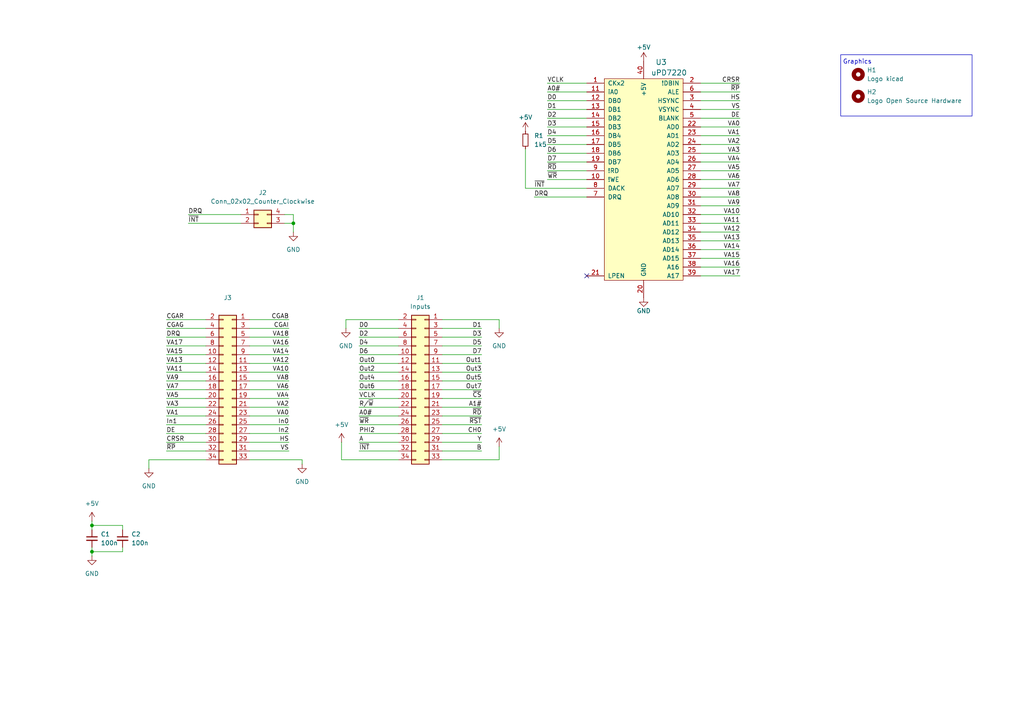
<source format=kicad_sch>
(kicad_sch (version 20231120) (generator "eeschema") (generator_version "8.0")
  (paper "A4")
  (title_block (title "Unicomp v3 - Video Board - uPD7220 Adapter") (date "2025-01-28") (rev "v0.1") (company "100% Offner") (comment 1 "v0.1: Initial"))
  (lib_symbols
    (symbol "Connector_Generic:Conn_02x02_Counter_Clockwise" (pin_names (offset 1.016) hide)
      (property "Reference" "J" (at 1.27 2.54 0))
      (property "Value" "Conn_02x02_Counter_Clockwise" (at 1.27 -5.08 0))
      (symbol "Conn_02x02_Counter_Clockwise_1_1"
        (rectangle (start -1.27 -2.413) (end 0 -2.667) (stroke (width 0.1524)))
        (rectangle (start -1.27 0.127) (end 0 -0.127) (stroke (width 0.1524)))
        (rectangle (start -1.27 1.27) (end 3.81 -3.81) (stroke (width 0.254)) (fill (type background)))
        (rectangle (start 3.81 -2.413) (end 2.54 -2.667) (stroke (width 0.1524)))
        (rectangle (start 3.81 0.127) (end 2.54 -0.127) (stroke (width 0.1524)))
        (pin passive line (at -5.08 0 0) (length 3.81) (name "Pin_1") (number "1"))
        (pin passive line (at -5.08 -2.54 0) (length 3.81) (name "Pin_2") (number "2"))
        (pin passive line (at 7.62 -2.54 180) (length 3.81) (name "Pin_3") (number "3"))
        (pin passive line (at 7.62 0 180) (length 3.81) (name "Pin_4") (number "4"))
      )
    )
    (symbol "Connector_Generic:Conn_02x17_Odd_Even" (pin_names (offset 1.016) hide)
      (property "Reference" "J" (at 1.27 22.86 0))
      (property "Value" "Conn_02x17_Odd_Even" (at 1.27 -22.86 0))
      (symbol "Conn_02x17_Odd_Even_1_1"
        (rectangle (start -1.27 -20.193) (end 0 -20.447) (stroke (width 0.1524)))
        (rectangle (start -1.27 -17.653) (end 0 -17.907) (stroke (width 0.1524)))
        (rectangle (start -1.27 -15.113) (end 0 -15.367) (stroke (width 0.1524)))
        (rectangle (start -1.27 -12.573) (end 0 -12.827) (stroke (width 0.1524)))
        (rectangle (start -1.27 -10.033) (end 0 -10.287) (stroke (width 0.1524)))
        (rectangle (start -1.27 -7.493) (end 0 -7.747) (stroke (width 0.1524)))
        (rectangle (start -1.27 -4.953) (end 0 -5.207) (stroke (width 0.1524)))
        (rectangle (start -1.27 -2.413) (end 0 -2.667) (stroke (width 0.1524)))
        (rectangle (start -1.27 0.127) (end 0 -0.127) (stroke (width 0.1524)))
        (rectangle (start -1.27 2.667) (end 0 2.413) (stroke (width 0.1524)))
        (rectangle (start -1.27 5.207) (end 0 4.953) (stroke (width 0.1524)))
        (rectangle (start -1.27 7.747) (end 0 7.493) (stroke (width 0.1524)))
        (rectangle (start -1.27 10.287) (end 0 10.033) (stroke (width 0.1524)))
        (rectangle (start -1.27 12.827) (end 0 12.573) (stroke (width 0.1524)))
        (rectangle (start -1.27 15.367) (end 0 15.113) (stroke (width 0.1524)))
        (rectangle (start -1.27 17.907) (end 0 17.653) (stroke (width 0.1524)))
        (rectangle (start -1.27 20.447) (end 0 20.193) (stroke (width 0.1524)))
        (rectangle (start -1.27 21.59) (end 3.81 -21.59) (stroke (width 0.254)) (fill (type background)))
        (rectangle (start 3.81 -20.193) (end 2.54 -20.447) (stroke (width 0.1524)))
        (rectangle (start 3.81 -17.653) (end 2.54 -17.907) (stroke (width 0.1524)))
        (rectangle (start 3.81 -15.113) (end 2.54 -15.367) (stroke (width 0.1524)))
        (rectangle (start 3.81 -12.573) (end 2.54 -12.827) (stroke (width 0.1524)))
        (rectangle (start 3.81 -10.033) (end 2.54 -10.287) (stroke (width 0.1524)))
        (rectangle (start 3.81 -7.493) (end 2.54 -7.747) (stroke (width 0.1524)))
        (rectangle (start 3.81 -4.953) (end 2.54 -5.207) (stroke (width 0.1524)))
        (rectangle (start 3.81 -2.413) (end 2.54 -2.667) (stroke (width 0.1524)))
        (rectangle (start 3.81 0.127) (end 2.54 -0.127) (stroke (width 0.1524)))
        (rectangle (start 3.81 2.667) (end 2.54 2.413) (stroke (width 0.1524)))
        (rectangle (start 3.81 5.207) (end 2.54 4.953) (stroke (width 0.1524)))
        (rectangle (start 3.81 7.747) (end 2.54 7.493) (stroke (width 0.1524)))
        (rectangle (start 3.81 10.287) (end 2.54 10.033) (stroke (width 0.1524)))
        (rectangle (start 3.81 12.827) (end 2.54 12.573) (stroke (width 0.1524)))
        (rectangle (start 3.81 15.367) (end 2.54 15.113) (stroke (width 0.1524)))
        (rectangle (start 3.81 17.907) (end 2.54 17.653) (stroke (width 0.1524)))
        (rectangle (start 3.81 20.447) (end 2.54 20.193) (stroke (width 0.1524)))
        (pin passive line (at -5.08 20.32 0) (length 3.81) (name "Pin_1") (number "1"))
        (pin passive line (at 7.62 10.16 180) (length 3.81) (name "Pin_10") (number "10"))
        (pin passive line (at -5.08 7.62 0) (length 3.81) (name "Pin_11") (number "11"))
        (pin passive line (at 7.62 7.62 180) (length 3.81) (name "Pin_12") (number "12"))
        (pin passive line (at -5.08 5.08 0) (length 3.81) (name "Pin_13") (number "13"))
        (pin passive line (at 7.62 5.08 180) (length 3.81) (name "Pin_14") (number "14"))
        (pin passive line (at -5.08 2.54 0) (length 3.81) (name "Pin_15") (number "15"))
        (pin passive line (at 7.62 2.54 180) (length 3.81) (name "Pin_16") (number "16"))
        (pin passive line (at -5.08 0 0) (length 3.81) (name "Pin_17") (number "17"))
        (pin passive line (at 7.62 0 180) (length 3.81) (name "Pin_18") (number "18"))
        (pin passive line (at -5.08 -2.54 0) (length 3.81) (name "Pin_19") (number "19"))
        (pin passive line (at 7.62 20.32 180) (length 3.81) (name "Pin_2") (number "2"))
        (pin passive line (at 7.62 -2.54 180) (length 3.81) (name "Pin_20") (number "20"))
        (pin passive line (at -5.08 -5.08 0) (length 3.81) (name "Pin_21") (number "21"))
        (pin passive line (at 7.62 -5.08 180) (length 3.81) (name "Pin_22") (number "22"))
        (pin passive line (at -5.08 -7.62 0) (length 3.81) (name "Pin_23") (number "23"))
        (pin passive line (at 7.62 -7.62 180) (length 3.81) (name "Pin_24") (number "24"))
        (pin passive line (at -5.08 -10.16 0) (length 3.81) (name "Pin_25") (number "25"))
        (pin passive line (at 7.62 -10.16 180) (length 3.81) (name "Pin_26") (number "26"))
        (pin passive line (at -5.08 -12.7 0) (length 3.81) (name "Pin_27") (number "27"))
        (pin passive line (at 7.62 -12.7 180) (length 3.81) (name "Pin_28") (number "28"))
        (pin passive line (at -5.08 -15.24 0) (length 3.81) (name "Pin_29") (number "29"))
        (pin passive line (at -5.08 17.78 0) (length 3.81) (name "Pin_3") (number "3"))
        (pin passive line (at 7.62 -15.24 180) (length 3.81) (name "Pin_30") (number "30"))
        (pin passive line (at -5.08 -17.78 0) (length 3.81) (name "Pin_31") (number "31"))
        (pin passive line (at 7.62 -17.78 180) (length 3.81) (name "Pin_32") (number "32"))
        (pin passive line (at -5.08 -20.32 0) (length 3.81) (name "Pin_33") (number "33"))
        (pin passive line (at 7.62 -20.32 180) (length 3.81) (name "Pin_34") (number "34"))
        (pin passive line (at 7.62 17.78 180) (length 3.81) (name "Pin_4") (number "4"))
        (pin passive line (at -5.08 15.24 0) (length 3.81) (name "Pin_5") (number "5"))
        (pin passive line (at 7.62 15.24 180) (length 3.81) (name "Pin_6") (number "6"))
        (pin passive line (at -5.08 12.7 0) (length 3.81) (name "Pin_7") (number "7"))
        (pin passive line (at 7.62 12.7 180) (length 3.81) (name "Pin_8") (number "8"))
        (pin passive line (at -5.08 10.16 0) (length 3.81) (name "Pin_9") (number "9"))
      )
    )
    (symbol "Device:C_Small" (pin_numbers hide) (pin_names (offset 0.254) hide)
      (property "Reference" "C" (at 0.254 1.778 0))
      (property "Value" "C_Small" (at 0.254 -2.032 0))
      (symbol "C_Small_0_1"
        (polyline (pts (xy -1.524 -0.508) (xy 1.524 -0.508)) (stroke (width 0.3302)))
        (polyline (pts (xy -1.524 0.508) (xy 1.524 0.508)) (stroke (width 0.3048)))
      )
      (symbol "C_Small_1_1"
        (pin passive line (at 0 2.54 270) (length 2.032) (name "~") (number "1"))
        (pin passive line (at 0 -2.54 90) (length 2.032) (name "~") (number "2"))
      )
    )
    (symbol "Device:R_Small" (pin_numbers hide) (pin_names (offset 0.254) hide)
      (property "Reference" "R" (at 0.762 0.508 0))
      (property "Value" "R_Small" (at 0.762 -1.016 0))
      (symbol "R_Small_0_1"
        (rectangle (start -0.762 1.778) (end 0.762 -1.778) (stroke (width 0.2032)))
      )
      (symbol "R_Small_1_1"
        (pin passive line (at 0 2.54 270) (length 0.762) (name "~") (number "1"))
        (pin passive line (at 0 -2.54 90) (length 0.762) (name "~") (number "2"))
      )
    )
    (symbol "Mechanical:MountingHole" (pin_names (offset 1.016)) (exclude_from_sim yes) (in_bom no)
      (property "Reference" "H" (at 0 5.08 0))
      (property "Value" "MountingHole" (at 0 3.175 0))
      (symbol "MountingHole_0_1"
        (circle (center 0 0) (radius 1.27) (stroke (width 1.27)))
      )
    )
    (symbol "power:+5V" (power) (pin_numbers hide) (pin_names (offset 0) hide)
      (property "Value" "+5V" (at 0 3.556 0))
      (symbol "+5V_0_1"
        (polyline (pts (xy -0.762 1.27) (xy 0 2.54)))
        (polyline (pts (xy 0 0) (xy 0 2.54)))
        (polyline (pts (xy 0 2.54) (xy 0.762 1.27)))
      )
      (symbol "+5V_1_1"
        (pin power_in line (at 0 0 90) (length 0) (name "~") (number "1"))
      )
    )
    (symbol "power:GND" (power) (pin_numbers hide) (pin_names (offset 0) hide)
      (property "Value" "GND" (at 0 -3.81 0))
      (symbol "GND_0_1"
        (polyline (pts (xy 0 0) (xy 0 -1.27) (xy 1.27 -1.27) (xy 0 -2.54) (xy -1.27 -1.27) (xy 0 -1.27)))
      )
      (symbol "GND_1_1"
        (pin power_in line (at 0 0 270) (length 0) (name "~") (number "1"))
      )
    )
    (symbol "updgfx_r0-rescue:uPD7220" (pin_names (offset 1.016))
      (property "Reference" "U" (at -8.89 0 0))
      (property "Value" "uPD7220" (at 7.62 0 0))
      (symbol "uPD7220_0_1"
        (rectangle (start -11.43 -1.27) (end 11.43 -59.69) (fill (type background)))
      )
      (symbol "uPD7220_1_1"
        (pin input line (at -16.51 -2.54 0) (length 5.08) (name "CKx2") (number "1"))
        (pin input line (at -16.51 -30.48 0) (length 5.08) (name "!WE") (number "10"))
        (pin input line (at -16.51 -5.08 0) (length 5.08) (name "iA0") (number "11"))
        (pin bidirectional line (at -16.51 -7.62 0) (length 5.08) (name "DB0") (number "12"))
        (pin bidirectional line (at -16.51 -10.16 0) (length 5.08) (name "DB1") (number "13"))
        (pin bidirectional line (at -16.51 -12.7 0) (length 5.08) (name "DB2") (number "14"))
        (pin bidirectional line (at -16.51 -15.24 0) (length 5.08) (name "DB3") (number "15"))
        (pin bidirectional line (at -16.51 -17.78 0) (length 5.08) (name "DB4") (number "16"))
        (pin bidirectional line (at -16.51 -20.32 0) (length 5.08) (name "DB5") (number "17"))
        (pin bidirectional line (at -16.51 -22.86 0) (length 5.08) (name "DB6") (number "18"))
        (pin bidirectional line (at -16.51 -25.4 0) (length 5.08) (name "DB7") (number "19"))
        (pin output line (at 16.51 -2.54 180) (length 5.08) (name "!DBIN") (number "2"))
        (pin power_in line (at 0 -64.77 90) (length 5.08) (name "GND") (number "20"))
        (pin unspecified line (at -16.51 -58.42 0) (length 5.08) (name "LPEN") (number "21"))
        (pin bidirectional line (at 16.51 -15.24 180) (length 5.08) (name "AD0") (number "22"))
        (pin bidirectional line (at 16.51 -17.78 180) (length 5.08) (name "AD1") (number "23"))
        (pin bidirectional line (at 16.51 -20.32 180) (length 5.08) (name "AD2") (number "24"))
        (pin bidirectional line (at 16.51 -22.86 180) (length 5.08) (name "AD3") (number "25"))
        (pin bidirectional line (at 16.51 -25.4 180) (length 5.08) (name "AD4") (number "26"))
        (pin bidirectional line (at 16.51 -27.94 180) (length 5.08) (name "AD5") (number "27"))
        (pin bidirectional line (at 16.51 -30.48 180) (length 5.08) (name "AD6") (number "28"))
        (pin bidirectional line (at 16.51 -33.02 180) (length 5.08) (name "AD7") (number "29"))
        (pin output line (at 16.51 -7.62 180) (length 5.08) (name "HSYNC") (number "3"))
        (pin bidirectional line (at 16.51 -35.56 180) (length 5.08) (name "AD8") (number "30"))
        (pin bidirectional line (at 16.51 -38.1 180) (length 5.08) (name "AD9") (number "31"))
        (pin bidirectional line (at 16.51 -40.64 180) (length 5.08) (name "AD10") (number "32"))
        (pin bidirectional line (at 16.51 -43.18 180) (length 5.08) (name "AD11") (number "33"))
        (pin bidirectional line (at 16.51 -45.72 180) (length 5.08) (name "AD12") (number "34"))
        (pin bidirectional line (at 16.51 -48.26 180) (length 5.08) (name "AD13") (number "35"))
        (pin bidirectional line (at 16.51 -50.8 180) (length 5.08) (name "AD14") (number "36"))
        (pin bidirectional line (at 16.51 -53.34 180) (length 5.08) (name "AD15") (number "37"))
        (pin output line (at 16.51 -55.88 180) (length 5.08) (name "A16") (number "38"))
        (pin output line (at 16.51 -58.42 180) (length 5.08) (name "A17") (number "39"))
        (pin output line (at 16.51 -10.16 180) (length 5.08) (name "VSYNC") (number "4"))
        (pin power_in line (at 0 3.81 270) (length 5.08) (name "+5V") (number "40"))
        (pin output line (at 16.51 -12.7 180) (length 5.08) (name "BLANK") (number "5"))
        (pin output line (at 16.51 -5.08 180) (length 5.08) (name "ALE") (number "6"))
        (pin output line (at -16.51 -35.56 0) (length 5.08) (name "DRQ") (number "7"))
        (pin input line (at -16.51 -33.02 0) (length 5.08) (name "DACK") (number "8"))
        (pin input line (at -16.51 -27.94 0) (length 5.08) (name "!RD") (number "9"))
      )
    )
  )
  (junction (at 85.09 64.77))
  (junction (at 26.67 160.02))
  (junction (at 26.67 152.4))
  (no_connect (at 170.18 80.01))
  (wire (pts (xy 158.75 49.53) (xy 170.18 49.53)))
  (wire (pts (xy 72.39 100.33) (xy 83.82 100.33)))
  (wire (pts (xy 104.14 110.49) (xy 115.57 110.49)))
  (wire (pts (xy 214.63 69.85) (xy 203.2 69.85)))
  (wire (pts (xy 104.14 118.11) (xy 115.57 118.11)))
  (wire (pts (xy 85.09 67.31) (xy 85.09 64.77)))
  (wire (pts (xy 54.61 62.23) (xy 69.85 62.23)))
  (wire (pts (xy 152.4 43.18) (xy 152.4 54.61)))
  (wire (pts (xy 87.63 134.62) (xy 87.63 133.35)))
  (wire (pts (xy 72.39 125.73) (xy 83.82 125.73)))
  (wire (pts (xy 85.09 62.23) (xy 85.09 64.77)))
  (wire (pts (xy 214.63 74.93) (xy 203.2 74.93)))
  (wire (pts (xy 48.26 102.87) (xy 59.69 102.87)))
  (wire (pts (xy 104.14 130.81) (xy 115.57 130.81)))
  (wire (pts (xy 72.39 130.81) (xy 83.82 130.81)))
  (wire (pts (xy 48.26 92.71) (xy 59.69 92.71)))
  (wire (pts (xy 128.27 123.19) (xy 139.7 123.19)))
  (wire (pts (xy 72.39 120.65) (xy 83.82 120.65)))
  (wire (pts (xy 214.63 72.39) (xy 203.2 72.39)))
  (wire (pts (xy 144.78 129.54) (xy 144.78 133.35)))
  (wire (pts (xy 214.63 52.07) (xy 203.2 52.07)))
  (wire (pts (xy 72.39 92.71) (xy 83.82 92.71)))
  (wire (pts (xy 214.63 54.61) (xy 203.2 54.61)))
  (wire (pts (xy 43.18 135.89) (xy 43.18 133.35)))
  (wire (pts (xy 214.63 80.01) (xy 203.2 80.01)))
  (wire (pts (xy 54.61 64.77) (xy 69.85 64.77)))
  (wire (pts (xy 214.63 57.15) (xy 203.2 57.15)))
  (wire (pts (xy 154.94 57.15) (xy 170.18 57.15)))
  (wire (pts (xy 48.26 95.25) (xy 59.69 95.25)))
  (wire (pts (xy 104.14 128.27) (xy 115.57 128.27)))
  (wire (pts (xy 100.33 95.25) (xy 100.33 92.71)))
  (wire (pts (xy 48.26 113.03) (xy 59.69 113.03)))
  (wire (pts (xy 104.14 123.19) (xy 115.57 123.19)))
  (wire (pts (xy 72.39 102.87) (xy 83.82 102.87)))
  (wire (pts (xy 104.14 97.79) (xy 115.57 97.79)))
  (wire (pts (xy 128.27 128.27) (xy 139.7 128.27)))
  (wire (pts (xy 214.63 39.37) (xy 203.2 39.37)))
  (wire (pts (xy 99.06 133.35) (xy 115.57 133.35)))
  (wire (pts (xy 72.39 107.95) (xy 83.82 107.95)))
  (wire (pts (xy 128.27 133.35) (xy 144.78 133.35)))
  (wire (pts (xy 26.67 152.4) (xy 26.67 153.67)))
  (wire (pts (xy 128.27 115.57) (xy 139.7 115.57)))
  (wire (pts (xy 170.18 44.45) (xy 158.75 44.45)))
  (wire (pts (xy 26.67 151.13) (xy 26.67 152.4)))
  (wire (pts (xy 128.27 100.33) (xy 139.7 100.33)))
  (wire (pts (xy 72.39 115.57) (xy 83.82 115.57)))
  (wire (pts (xy 72.39 123.19) (xy 83.82 123.19)))
  (wire (pts (xy 214.63 67.31) (xy 203.2 67.31)))
  (wire (pts (xy 158.75 52.07) (xy 170.18 52.07)))
  (wire (pts (xy 214.63 46.99) (xy 203.2 46.99)))
  (wire (pts (xy 104.14 125.73) (xy 115.57 125.73)))
  (wire (pts (xy 48.26 123.19) (xy 59.69 123.19)))
  (wire (pts (xy 48.26 110.49) (xy 59.69 110.49)))
  (wire (pts (xy 48.26 115.57) (xy 59.69 115.57)))
  (wire (pts (xy 48.26 125.73) (xy 59.69 125.73)))
  (wire (pts (xy 104.14 107.95) (xy 115.57 107.95)))
  (wire (pts (xy 48.26 118.11) (xy 59.69 118.11)))
  (wire (pts (xy 99.06 128.27) (xy 99.06 133.35)))
  (wire (pts (xy 26.67 152.4) (xy 35.56 152.4)))
  (wire (pts (xy 104.14 102.87) (xy 115.57 102.87)))
  (wire (pts (xy 128.27 107.95) (xy 139.7 107.95)))
  (wire (pts (xy 170.18 46.99) (xy 158.75 46.99)))
  (wire (pts (xy 128.27 95.25) (xy 139.7 95.25)))
  (wire (pts (xy 72.39 97.79) (xy 83.82 97.79)))
  (wire (pts (xy 128.27 97.79) (xy 139.7 97.79)))
  (wire (pts (xy 170.18 36.83) (xy 158.75 36.83)))
  (wire (pts (xy 170.18 41.91) (xy 158.75 41.91)))
  (wire (pts (xy 128.27 118.11) (xy 139.7 118.11)))
  (wire (pts (xy 104.14 95.25) (xy 115.57 95.25)))
  (wire (pts (xy 128.27 120.65) (xy 139.7 120.65)))
  (wire (pts (xy 72.39 128.27) (xy 83.82 128.27)))
  (wire (pts (xy 128.27 92.71) (xy 144.78 92.71)))
  (wire (pts (xy 214.63 49.53) (xy 203.2 49.53)))
  (wire (pts (xy 43.18 133.35) (xy 59.69 133.35)))
  (wire (pts (xy 128.27 105.41) (xy 139.7 105.41)))
  (wire (pts (xy 128.27 125.73) (xy 139.7 125.73)))
  (wire (pts (xy 128.27 102.87) (xy 139.7 102.87)))
  (wire (pts (xy 72.39 110.49) (xy 83.82 110.49)))
  (wire (pts (xy 214.63 59.69) (xy 203.2 59.69)))
  (wire (pts (xy 128.27 130.81) (xy 139.7 130.81)))
  (wire (pts (xy 214.63 31.75) (xy 203.2 31.75)))
  (wire (pts (xy 48.26 105.41) (xy 59.69 105.41)))
  (wire (pts (xy 48.26 130.81) (xy 59.69 130.81)))
  (wire (pts (xy 72.39 118.11) (xy 83.82 118.11)))
  (wire (pts (xy 48.26 107.95) (xy 59.69 107.95)))
  (wire (pts (xy 72.39 133.35) (xy 87.63 133.35)))
  (wire (pts (xy 104.14 105.41) (xy 115.57 105.41)))
  (wire (pts (xy 214.63 29.21) (xy 203.2 29.21)))
  (wire (pts (xy 128.27 113.03) (xy 139.7 113.03)))
  (wire (pts (xy 144.78 92.71) (xy 144.78 95.25)))
  (wire (pts (xy 214.63 26.67) (xy 203.2 26.67)))
  (wire (pts (xy 214.63 24.13) (xy 203.2 24.13)))
  (wire (pts (xy 35.56 158.75) (xy 35.56 160.02)))
  (wire (pts (xy 104.14 113.03) (xy 115.57 113.03)))
  (wire (pts (xy 170.18 29.21) (xy 158.75 29.21)))
  (wire (pts (xy 170.18 31.75) (xy 158.75 31.75)))
  (wire (pts (xy 104.14 120.65) (xy 115.57 120.65)))
  (wire (pts (xy 170.18 34.29) (xy 158.75 34.29)))
  (wire (pts (xy 82.55 62.23) (xy 85.09 62.23)))
  (wire (pts (xy 48.26 97.79) (xy 59.69 97.79)))
  (wire (pts (xy 128.27 110.49) (xy 139.7 110.49)))
  (wire (pts (xy 214.63 41.91) (xy 203.2 41.91)))
  (wire (pts (xy 72.39 113.03) (xy 83.82 113.03)))
  (wire (pts (xy 214.63 36.83) (xy 203.2 36.83)))
  (wire (pts (xy 170.18 39.37) (xy 158.75 39.37)))
  (wire (pts (xy 214.63 64.77) (xy 203.2 64.77)))
  (wire (pts (xy 104.14 100.33) (xy 115.57 100.33)))
  (wire (pts (xy 72.39 95.25) (xy 83.82 95.25)))
  (wire (pts (xy 48.26 128.27) (xy 59.69 128.27)))
  (wire (pts (xy 100.33 92.71) (xy 115.57 92.71)))
  (wire (pts (xy 214.63 34.29) (xy 203.2 34.29)))
  (wire (pts (xy 104.14 115.57) (xy 115.57 115.57)))
  (wire (pts (xy 158.75 24.13) (xy 170.18 24.13)))
  (wire (pts (xy 35.56 153.67) (xy 35.56 152.4)))
  (wire (pts (xy 26.67 161.29) (xy 26.67 160.02)))
  (wire (pts (xy 26.67 160.02) (xy 26.67 158.75)))
  (wire (pts (xy 85.09 64.77) (xy 82.55 64.77)))
  (wire (pts (xy 152.4 54.61) (xy 170.18 54.61)))
  (wire (pts (xy 214.63 62.23) (xy 203.2 62.23)))
  (wire (pts (xy 214.63 77.47) (xy 203.2 77.47)))
  (wire (pts (xy 48.26 120.65) (xy 59.69 120.65)))
  (wire (pts (xy 214.63 44.45) (xy 203.2 44.45)))
  (wire (pts (xy 72.39 105.41) (xy 83.82 105.41)))
  (wire (pts (xy 26.67 160.02) (xy 35.56 160.02)))
  (wire (pts (xy 158.75 26.67) (xy 170.18 26.67)))
  (wire (pts (xy 48.26 100.33) (xy 59.69 100.33)))
  (rectangle (start 243.84 15.875) (end 281.94 33.655))
  (text "Graphics" (at 248.666 18.034 0) (effects (font (size 1.27 1.27))))
  (label "VA0" (at 214.63 36.83 180))
  (label "D4" (at 158.75 39.37 0))
  (label "VCLK" (at 104.14 115.57 0))
  (label "D5" (at 139.7 100.33 180))
  (label "D0" (at 158.75 29.21 0))
  (label "VA3" (at 48.26 118.11 0))
  (label "VA15" (at 214.63 74.93 180))
  (label "D1" (at 139.7 95.25 180))
  (label "VA1" (at 48.26 120.65 0))
  (label "A0#" (at 104.14 120.65 0))
  (label "PHI2" (at 104.14 125.73 0))
  (label "D6" (at 158.75 44.45 0))
  (label "VA16" (at 214.63 77.47 180))
  (label "~{INT}" (at 154.94 54.61 0))
  (label "VA15" (at 48.26 102.87 0))
  (label "A" (at 104.14 128.27 0))
  (label "A0#" (at 158.75 26.67 0))
  (label "VA16" (at 83.82 100.33 180))
  (label "VA11" (at 214.63 64.77 180))
  (label "VA0" (at 83.82 120.65 180))
  (label "DE" (at 48.26 125.73 0))
  (label "Out7" (at 139.7 113.03 180))
  (label "D1" (at 158.75 31.75 0))
  (label "~{CS}" (at 139.7 115.57 180))
  (label "A1#" (at 139.7 118.11 180))
  (label "Out2" (at 104.14 107.95 0))
  (label "VA7" (at 48.26 113.03 0))
  (label "Y" (at 139.7 128.27 180))
  (label "In0" (at 83.82 123.19 180))
  (label "CRSR" (at 48.26 128.27 0))
  (label "DRQ" (at 54.61 62.23 0))
  (label "D4" (at 104.14 100.33 0))
  (label "VA18" (at 83.82 97.79 180))
  (label "D7" (at 139.7 102.87 180))
  (label "D5" (at 158.75 41.91 0))
  (label "D0" (at 104.14 95.25 0))
  (label "VA6" (at 83.82 113.03 180))
  (label "~{RP}" (at 214.63 26.67 180))
  (label "VA2" (at 214.63 41.91 180))
  (label "VA1" (at 214.63 39.37 180))
  (label "R{slash}~{W}" (at 104.14 118.11 0))
  (label "VA8" (at 83.82 110.49 180))
  (label "VCLK" (at 158.75 24.13 0))
  (label "~{RST}" (at 139.7 123.19 180))
  (label "~{INT}" (at 104.14 130.81 0))
  (label "Out1" (at 139.7 105.41 180))
  (label "VA5" (at 48.26 115.57 0))
  (label "Out4" (at 104.14 110.49 0))
  (label "In1" (at 48.26 123.19 0))
  (label "CGAR" (at 48.26 92.71 0))
  (label "CGAG" (at 48.26 95.25 0))
  (label "VS" (at 214.63 31.75 180))
  (label "~{RP}" (at 48.26 130.81 0))
  (label "VA11" (at 48.26 107.95 0))
  (label "Out3" (at 139.7 107.95 180))
  (label "B" (at 139.7 130.81 180))
  (label "D6" (at 104.14 102.87 0))
  (label "~{INT}" (at 54.61 64.77 0))
  (label "D3" (at 139.7 97.79 180))
  (label "VA12" (at 83.82 105.41 180))
  (label "CH0" (at 139.7 125.73 180))
  (label "VA14" (at 83.82 102.87 180))
  (label "VA9" (at 214.63 59.69 180))
  (label "VA3" (at 214.63 44.45 180))
  (label "HS" (at 83.82 128.27 180))
  (label "VA14" (at 214.63 72.39 180))
  (label "VS" (at 83.82 130.81 180))
  (label "~{RD}" (at 139.7 120.65 180))
  (label "VA12" (at 214.63 67.31 180))
  (label "VA9" (at 48.26 110.49 0))
  (label "D7" (at 158.75 46.99 0))
  (label "Out0" (at 104.14 105.41 0))
  (label "In2" (at 83.82 125.73 180))
  (label "DE" (at 214.63 34.29 180))
  (label "VA4" (at 83.82 115.57 180))
  (label "VA10" (at 83.82 107.95 180))
  (label "CGAI" (at 83.82 95.25 180))
  (label "VA13" (at 214.63 69.85 180))
  (label "VA13" (at 48.26 105.41 0))
  (label "Out6" (at 104.14 113.03 0))
  (label "VA5" (at 214.63 49.53 180))
  (label "VA8" (at 214.63 57.15 180))
  (label "DRQ" (at 154.94 57.15 0))
  (label "~{WR}" (at 104.14 123.19 0))
  (label "~{WR}" (at 158.75 52.07 0))
  (label "D2" (at 158.75 34.29 0))
  (label "VA6" (at 214.63 52.07 180))
  (label "VA7" (at 214.63 54.61 180))
  (label "VA2" (at 83.82 118.11 180))
  (label "CGAB" (at 83.82 92.71 180))
  (label "CRSR" (at 214.63 24.13 180))
  (label "DRQ" (at 48.26 97.79 0))
  (label "VA10" (at 214.63 62.23 180))
  (label "D2" (at 104.14 97.79 0))
  (label "Out5" (at 139.7 110.49 180))
  (label "VA4" (at 214.63 46.99 180))
  (label "VA17" (at 214.63 80.01 180))
  (label "VA17" (at 48.26 100.33 0))
  (label "~{RD}" (at 158.75 49.53 0))
  (label "HS" (at 214.63 29.21 180))
  (label "D3" (at 158.75 36.83 0))
  (symbol (lib_id "power:+5V") (at 144.78 129.54 0) (unit 1)
    (property "Reference" "#PWR024" (effects (hide yes)))
    (property "Value" "+5V" (at 144.78 124.46 0))
    (property "Description" "Power symbol creates a global label with name \"+5V\"" (effects (hide yes)))
  )
  (symbol (lib_id "power:+5V") (at 26.67 151.13 0) (unit 1)
    (property "Reference" "#PWR04" (effects (hide yes)))
    (property "Value" "+5V" (at 26.67 146.05 0))
    (property "Description" "Power symbol creates a global label with name \"+5V\"" (effects (hide yes)))
  )
  (symbol (lib_id "power:GND") (at 186.69 86.36 0) (unit 1)
    (property "Reference" "#PWR014" (effects (hide yes)))
    (property "Value" "GND" (at 186.69 90.17 0))
    (property "Description" "Power symbol creates a global label with name \"GND\" , ground" (effects (hide yes)))
  )
  (symbol (lib_id "Device:C_Small") (at 35.56 156.21 0) (unit 1)
    (property "Reference" "C2" (at 38.1 154.9462 0) (effects (justify left)))
    (property "Value" "100n" (at 38.1 157.4862 0) (effects (justify left)))
    (property "Footprint" "Capacitor_SMD:C_1206_3216Metric_Pad1.33x1.80mm_HandSolder" (effects (hide yes)))
    (property "Description" "Unpolarized capacitor, small symbol" (effects (hide yes)))
  )
  (symbol (lib_id "Mechanical:MountingHole") (at 248.92 27.94 0) (unit 1) (exclude_from_sim yes) (in_bom no)
    (property "Reference" "H2" (at 251.46 26.6699 0) (effects (justify left)))
    (property "Value" "Logo Open Source Hardware" (at 251.46 29.2099 0) (effects (justify left)))
    (property "Footprint" "Symbol:OSHW-Logo2_7.3x6mm_SilkScreen" (effects (hide yes)))
    (property "Description" "Mounting Hole without connection" (effects (hide yes)))
  )
  (symbol (lib_id "Connector_Generic:Conn_02x02_Counter_Clockwise") (at 74.93 62.23 0) (unit 1)
    (property "Reference" "J2" (at 76.2 55.88 0))
    (property "Value" "Conn_02x02_Counter_Clockwise" (at 76.2 58.42 0))
    (property "Footprint" "Connector_PinHeader_2.54mm:PinHeader_2x02_P2.54mm_Horizontal" (effects (hide yes)))
    (property "Description" "Generic connector, double row, 02x02, counter clockwise pin numbering scheme (similar to DIP package numbering), script generated (kicad-library-utils/schlib/autogen/connector/)" (effects (hide yes)))
  )
  (symbol (lib_id "power:GND") (at 43.18 135.89 0) (unit 1)
    (property "Reference" "#PWR01" (effects (hide yes)))
    (property "Value" "GND" (at 43.18 140.97 0))
    (property "Description" "Power symbol creates a global label with name \"GND\" , ground" (effects (hide yes)))
  )
  (symbol (lib_id "power:+5V") (at 99.06 128.27 0) (unit 1)
    (property "Reference" "#PWR021" (effects (hide yes)))
    (property "Value" "+5V" (at 99.06 123.19 0))
    (property "Description" "Power symbol creates a global label with name \"+5V\"" (effects (hide yes)))
  )
  (symbol (lib_id "Connector_Generic:Conn_02x17_Odd_Even") (at 123.19 113.03 0) (mirror y) (unit 1)
    (property "Reference" "J1" (at 121.92 86.36 0))
    (property "Value" "Inputs" (at 121.92 88.9 0))
    (property "Footprint" "Connector_PinHeader_2.54mm:PinHeader_2x17_P2.54mm_Vertical" (effects (hide yes)))
    (property "Description" "Generic connector, double row, 02x17, odd/even pin numbering scheme (row 1 odd numbers, row 2 even numbers), script generated (kicad-library-utils/schlib/autogen/connector/)" (effects (hide yes)))
  )
  (symbol (lib_id "Mechanical:MountingHole") (at 248.92 21.59 0) (unit 1) (exclude_from_sim yes) (in_bom no)
    (property "Reference" "H1" (at 251.46 20.3199 0) (effects (justify left)))
    (property "Value" "Logo kicad" (at 251.46 22.8599 0) (effects (justify left)))
    (property "Footprint" "Symbol:KiCad-Logo2_6mm_SilkScreen" (effects (hide yes)))
    (property "Description" "Mounting Hole without connection" (effects (hide yes)))
  )
  (symbol (lib_id "power:GND") (at 144.78 95.25 0) (unit 1)
    (property "Reference" "#PWR023" (effects (hide yes)))
    (property "Value" "GND" (at 144.78 100.33 0))
    (property "Description" "Power symbol creates a global label with name \"GND\" , ground" (effects (hide yes)))
  )
  (symbol (lib_id "power:GND") (at 100.33 95.25 0) (unit 1)
    (property "Reference" "#PWR022" (effects (hide yes)))
    (property "Value" "GND" (at 100.33 100.33 0))
    (property "Description" "Power symbol creates a global label with name \"GND\" , ground" (effects (hide yes)))
  )
  (symbol (lib_id "power:+5V") (at 152.4 38.1 0) (unit 1)
    (property "Reference" "#PWR012" (effects (hide yes)))
    (property "Value" "+5V" (at 152.4 34.036 0))
    (property "Description" "Power symbol creates a global label with name \"+5V\"" (effects (hide yes)))
  )
  (symbol (lib_id "updgfx_r0-rescue:uPD7220") (at 186.69 21.59 0) (unit 1)
    (property "Reference" "U3" (at 191.77 18.034 0) (effects (font (size 1.524 1.524))))
    (property "Value" "uPD7220" (at 194.056 21.082 0) (effects (font (size 1.524 1.524))))
    (property "Footprint" "Package_DIP:DIP-40_W15.24mm_Socket" (effects (hide yes)))
  )
  (symbol (lib_id "Connector_Generic:Conn_02x17_Odd_Even") (at 67.31 113.03 0) (mirror y) (unit 1)
    (property "Reference" "J3" (at 66.04 86.36 0))
    (property "Value" "Outputs" (effects (hide yes)))
    (property "Footprint" "Connector_PinHeader_2.54mm:PinHeader_2x17_P2.54mm_Vertical" (effects (hide yes)))
    (property "Description" "Generic connector, double row, 02x17, odd/even pin numbering scheme (row 1 odd numbers, row 2 even numbers), script generated (kicad-library-utils/schlib/autogen/connector/)" (effects (hide yes)))
  )
  (symbol (lib_id "power:GND") (at 85.09 67.31 0) (unit 1)
    (property "Reference" "#PWR05" (effects (hide yes)))
    (property "Value" "GND" (at 85.09 72.39 0))
    (property "Description" "Power symbol creates a global label with name \"GND\" , ground" (effects (hide yes)))
  )
  (symbol (lib_id "power:+5V") (at 186.69 17.78 0) (unit 1)
    (property "Reference" "#PWR013" (effects (hide yes)))
    (property "Value" "+5V" (at 186.69 13.716 0))
    (property "Description" "Power symbol creates a global label with name \"+5V\"" (effects (hide yes)))
  )
  (symbol (lib_id "power:GND") (at 26.67 161.29 0) (unit 1)
    (property "Reference" "#PWR03" (effects (hide yes)))
    (property "Value" "GND" (at 26.67 166.37 0))
    (property "Description" "Power symbol creates a global label with name \"GND\" , ground" (effects (hide yes)))
  )
  (symbol (lib_id "Device:C_Small") (at 26.67 156.21 0) (unit 1)
    (property "Reference" "C1" (at 29.21 154.9462 0) (effects (justify left)))
    (property "Value" "100n" (at 29.21 157.4862 0) (effects (justify left)))
    (property "Footprint" "Capacitor_SMD:C_1206_3216Metric_Pad1.33x1.80mm_HandSolder" (effects (hide yes)))
    (property "Description" "Unpolarized capacitor, small symbol" (effects (hide yes)))
  )
  (symbol (lib_id "Device:R_Small") (at 152.4 40.64 0) (unit 1)
    (property "Reference" "R1" (at 154.94 39.3699 0) (effects (justify left)))
    (property "Value" "1k5" (at 154.94 41.9099 0) (effects (justify left)))
    (property "Footprint" "Resistor_SMD:R_1206_3216Metric_Pad1.30x1.75mm_HandSolder" (effects (hide yes)))
    (property "Description" "Resistor, small symbol" (effects (hide yes)))
  )
  (symbol (lib_id "power:GND") (at 87.63 134.62 0) (unit 1)
    (property "Reference" "#PWR02" (effects (hide yes)))
    (property "Value" "GND" (at 87.63 139.7 0))
    (property "Description" "Power symbol creates a global label with name \"GND\" , ground" (effects (hide yes)))
  )
)
</source>
